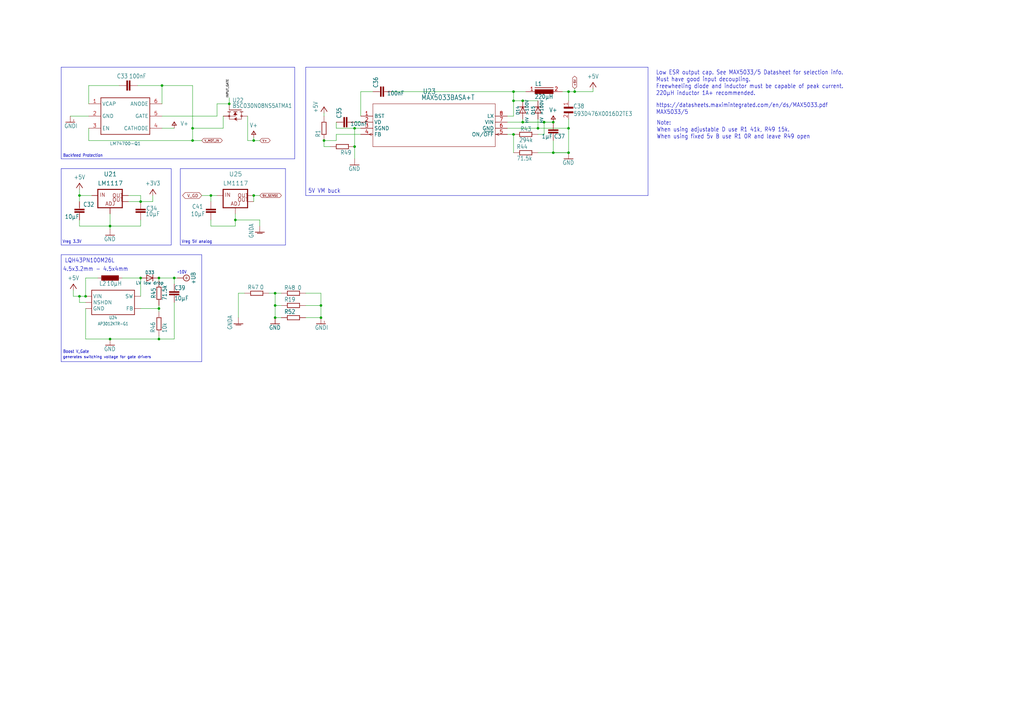
<source format=kicad_sch>
(kicad_sch (version 20250114) (generator "eeschema") (generator_version "9.0")
  (paper "User" 425.45 298.602)
  (lib_symbols
    (symbol "Device:D" (pin_numbers (hide yes)) (pin_names (offset 1.016) (hide yes))
      (property "Reference" "D" (at 0 2.54 0))
      (property "Value" "D" (at 0 -2.54 0))
      (symbol "D_0_1"
        (polyline (pts (xy -1.27 1.27) (xy -1.27 -1.27)) (stroke (width 0.254)))
        (polyline (pts (xy 1.27 1.27) (xy 1.27 -1.27) (xy -1.27 0) (xy 1.27 1.27)) (stroke (width 0.254)))
        (polyline (pts (xy 1.27 0) (xy -1.27 0)))
      )
      (symbol "D_1_1"
        (pin passive line (at -3.81 0 0) (length 2.54) (name "K") (number "1"))
        (pin passive line (at 3.81 0 180) (length 2.54) (name "A") (number "2"))
      )
    )
    (symbol "fsim_ff-eagle-import:OHSC_Power_BSC030N08NS5ATMA1"
      (property "Reference" "U" (at -11.43 2.54 0))
      (symbol "OHSC_Power_BSC030N08NS5ATMA1_1_0"
        (polyline (pts (xy 0 2.54) (xy 0 -2.54)) (stroke (width 0.254)))
        (polyline (pts (xy 0.762 3.175) (xy 0.762 2.54)) (stroke (width 0.254)))
        (polyline (pts (xy 0.762 2.54) (xy 0.762 1.905)) (stroke (width 0.254)))
        (polyline (pts (xy 0.762 2.54) (xy 3.81 2.54)) (stroke (width 0.1524)))
        (polyline (pts (xy 0.762 0.762) (xy 0.762 0)) (stroke (width 0.254)))
        (polyline (pts (xy 0.762 0) (xy 0.762 -0.762)) (stroke (width 0.254)))
        (polyline (pts (xy 0.762 0) (xy 2.54 0)) (stroke (width 0.1524)))
        (polyline (pts (xy 0.762 -1.905) (xy 0.762 -2.54)) (stroke (width 0.254)))
        (polyline (pts (xy 0.762 -2.54) (xy 0.762 -3.175)) (stroke (width 0.254)))
        (polyline (pts (xy 1.016 0) (xy 2.032 -0.762) (xy 2.032 0.762)) (stroke (width 0.1524)) (fill (type outline)))
        (circle (center 2.54 2.54) (radius 0.3592))
        (polyline (pts (xy 2.54 0) (xy 2.54 -2.54)) (stroke (width 0.1524)))
        (polyline (pts (xy 2.54 -2.54) (xy 0.762 -2.54)) (stroke (width 0.1524)))
        (polyline (pts (xy 2.54 -2.54) (xy 3.81 -2.54)) (stroke (width 0.1524)))
        (circle (center 2.54 -2.54) (radius 0.3592))
        (polyline (pts (xy 3.302 0.508) (xy 3.048 0.254)) (stroke (width 0.1524)))
        (polyline (pts (xy 3.81 2.54) (xy 3.81 0.508)) (stroke (width 0.1524)))
        (polyline (pts (xy 3.81 0.508) (xy 3.302 0.508)) (stroke (width 0.1524)))
        (polyline (pts (xy 3.81 0.508) (xy 3.81 -2.54)) (stroke (width 0.1524)))
        (polyline (pts (xy 3.81 -0.508) (xy 3.302 0.254) (xy 4.318 0.254)) (stroke (width 0.1524)) (fill (type outline)))
        (polyline (pts (xy 4.318 0.508) (xy 3.81 0.508)) (stroke (width 0.1524)))
        (polyline (pts (xy 4.572 0.762) (xy 4.318 0.508)) (stroke (width 0.1524)))
        (pin passive line (at -2.54 -2.54 0) (length 2.54) (name "G") (number "4"))
        (pin passive line (at 2.54 5.08 270) (length 2.54) (name "D") (number "5"))
        (pin passive line (at 2.54 -5.08 90) (length 2.54) (name "S") (number "1"))
        (pin passive line (at 2.54 -5.08 90) (length 2.54) (name "S") (number "2"))
        (pin passive line (at 2.54 -5.08 90) (length 2.54) (name "S") (number "3"))
      )
    )
    (symbol "fsim_ff-eagle-import:OHSC_Power_LM74700-Q1"
      (symbol "OHSC_Power_LM74700-Q1_1_0"
        (polyline (pts (xy -5.08 5.08) (xy -5.08 -10.16)) (stroke (width 0.254)))
        (polyline (pts (xy -5.08 -10.16) (xy 15.24 -10.16)) (stroke (width 0.254)))
        (polyline (pts (xy 15.24 5.08) (xy -5.08 5.08)) (stroke (width 0.254)))
        (polyline (pts (xy 15.24 -10.16) (xy 15.24 5.08)) (stroke (width 0.254)))
        (pin bidirectional line (at -10.16 2.54 0) (length 5.08) (name "VCAP") (number "1"))
        (pin bidirectional line (at -10.16 -2.54 0) (length 5.08) (name "GND") (number "2"))
        (pin bidirectional line (at -10.16 -7.62 0) (length 5.08) (name "EN") (number "3"))
        (pin bidirectional line (at 20.32 2.54 180) (length 5.08) (name "ANODE") (number "6"))
        (pin bidirectional line (at 20.32 -2.54 180) (length 5.08) (name "GATE") (number "5"))
        (pin bidirectional line (at 20.32 -7.62 180) (length 5.08) (name "CATHODE") (number "4"))
      )
    )
    (symbol "fsim_ff-eagle-import:Powermisc_593D476X0016D2TE3"
      (property "Reference" "C" (at 0 3.81 0))
      (symbol "Powermisc_593D476X0016D2TE3_1_0"
        (rectangle (start 0 -1.905) (end 0.635 1.905) (fill (type outline)))
        (rectangle (start 1.905 -1.905) (end 2.54 1.905) (fill (type outline)))
        (pin passive line (at -2.54 0 0) (length 2.54) (name "2") (number "2"))
        (pin passive line (at 5.08 0 180) (length 2.54) (name "1") (number "1"))
      )
    )
    (symbol "fsim_ff-eagle-import:Powermisc_8MMINDUCTOR"
      (property "Reference" "L" (at -3.81 2.286 0))
      (symbol "Powermisc_8MMINDUCTOR_1_0"
        (polyline (pts (xy -3.81 1.651) (xy 3.81 1.651)) (stroke (width 0.254)))
        (rectangle (start -3.81 -0.889) (end 3.81 0.889) (fill (type outline)))
        (pin passive line (at -7.62 0 0) (length 5.08) (name "1") (number "1"))
        (pin passive line (at 7.62 0 180) (length 5.08) (name "2") (number "2"))
      )
    )
    (symbol "fsim_ff-eagle-import:Powermisc_AP3012KTR-G1"
      (property "Reference" "U" (at -5.08 5.08 0))
      (symbol "Powermisc_AP3012KTR-G1_1_0"
        (polyline (pts (xy -5.08 5.08) (xy -5.08 -5.08)) (stroke (width 0.254)))
        (polyline (pts (xy -5.08 -5.08) (xy 12.7 -5.08)) (stroke (width 0.254)))
        (polyline (pts (xy 12.7 5.08) (xy -5.08 5.08)) (stroke (width 0.254)))
        (polyline (pts (xy 12.7 -5.08) (xy 12.7 5.08)) (stroke (width 0.254)))
        (pin bidirectional line (at -7.62 2.54 0) (length 2.54) (name "VIN") (number "5"))
        (pin bidirectional line (at -7.62 0 0) (length 2.54) (name "NSHDN") (number "4"))
        (pin bidirectional line (at -7.62 -2.54 0) (length 2.54) (name "GND") (number "2"))
        (pin bidirectional line (at 15.24 2.54 180) (length 2.54) (name "SW") (number "1"))
        (pin bidirectional line (at 15.24 -2.54 180) (length 2.54) (name "FB") (number "3"))
      )
    )
    (symbol "fsim_ff-eagle-import:Powermisc_MAX5033BASA+T"
      (symbol "Powermisc_MAX5033BASA+T_1_0"
        (polyline (pts (xy 7.112 -7.112) (xy 6.0452 -7.62)) (stroke (width 0.1524)))
        (polyline (pts (xy 7.112 -8.128) (xy 6.0452 -7.62)) (stroke (width 0.1524)))
        (polyline (pts (xy 7.62 5.08) (xy 7.62 -12.7)) (stroke (width 0.1524)))
        (polyline (pts (xy 7.62 -12.7) (xy 58.42 -12.7)) (stroke (width 0.1524)))
        (polyline (pts (xy 58.42 5.08) (xy 7.62 5.08)) (stroke (width 0.1524)))
        (polyline (pts (xy 58.42 -12.7) (xy 58.42 5.08)) (stroke (width 0.1524)))
        (polyline (pts (xy 58.928 -7.62) (xy 59.9948 -7.112)) (stroke (width 0.1524)))
        (polyline (pts (xy 58.928 -7.62) (xy 59.9948 -8.128)) (stroke (width 0.1524)))
        (pin passive line (at 2.54 0 0) (length 5.08) (name "BST") (number "1"))
        (pin power_in line (at 2.54 -2.54 0) (length 5.08) (name "VD") (number "2"))
        (pin power_in line (at 2.54 -5.08 0) (length 5.08) (name "SGND") (number "3"))
        (pin output line (at 2.54 -7.62 0) (length 5.08) (name "FB") (number "4"))
        (pin passive line (at 63.5 0 180) (length 5.08) (name "LX") (number "8"))
        (pin power_in line (at 63.5 -2.54 180) (length 5.08) (name "VIN") (number "7"))
        (pin power_in line (at 63.5 -5.08 180) (length 5.08) (name "GND") (number "6"))
        (pin input line (at 63.5 -7.62 180) (length 5.08) (name "ON/~{OFF}") (number "5"))
      )
    )
    (symbol "fsim_ff-eagle-import:SparkFun-IC-Power_526_V_REG_LM1117SOT223"
      (property "Reference" "U" (at 2.54 -7.62 0))
      (symbol "SparkFun-IC-Power_526_V_REG_LM1117SOT223_1_0"
        (polyline (pts (xy -5.08 2.54) (xy -5.08 -5.08)) (stroke (width 0.4064)))
        (polyline (pts (xy -5.08 -5.08) (xy 5.08 -5.08)) (stroke (width 0.4064)))
        (polyline (pts (xy 5.08 2.54) (xy -5.08 2.54)) (stroke (width 0.4064)))
        (polyline (pts (xy 5.08 -5.08) (xy 5.08 2.54)) (stroke (width 0.4064)))
        (text "IN" (at -4.445 -0.635 0) (effects (font (size 1.524 1.524)) (justify left bottom)))
        (text "ADJ" (at -2.032 -4.318 0) (effects (font (size 1.524 1.524)) (justify left bottom)))
        (text "OUT" (at 0.889 -0.889 0) (effects (font (size 1.524 1.524)) (justify left bottom)))
        (text "OUT" (at 0.889 -2.667 0) (effects (font (size 1.524 1.524)) (justify left bottom)))
        (pin input line (at -7.62 0 0) (length 2.54) (name "IN") (number "3"))
        (pin input line (at 0 -7.62 90) (length 2.54) (name "ADJ") (number "1"))
        (pin output line (at 7.62 0 180) (length 2.54) (name "OUT") (number "2"))
        (pin output line (at 7.62 -2.54 180) (length 2.54) (name "OUT@1") (number "4"))
      )
    )
    (symbol "fsim_ff-eagle-import:rcl_334_L-EUL4532P"
      (property "Reference" "L" (at -1.4986 -3.81 90))
      (symbol "rcl_334_L-EUL4532P_1_0"
        (rectangle (start -1.016 -3.556) (end 1.016 3.556) (fill (type outline)))
        (pin passive line (at 0 5.08 270) (length 2.54) (name "1") (number "1"))
        (pin passive line (at 0 -5.08 90) (length 2.54) (name "2") (number "2"))
      )
    )
    (symbol "fsim_ff-eagle-import:resistor_348_C-EUC0603"
      (property "Reference" "C" (at 1.524 0.381 0))
      (symbol "resistor_348_C-EUC0603_1_0"
        (rectangle (start -2.032 -1.016) (end 2.032 -0.508) (fill (type outline)))
        (rectangle (start -2.032 -2.032) (end 2.032 -1.524) (fill (type outline)))
        (polyline (pts (xy 0 0) (xy 0 -0.508)) (stroke (width 0.1524)))
        (polyline (pts (xy 0 -2.54) (xy 0 -2.032)) (stroke (width 0.1524)))
        (pin passive line (at 0 2.54 270) (length 2.54) (name "1") (number "1"))
        (pin passive line (at 0 -5.08 90) (length 2.54) (name "2") (number "2"))
      )
    )
    (symbol "fsim_ff-eagle-import:resistor_348_C-EUC0805"
      (property "Reference" "C" (at 1.524 0.381 0))
      (symbol "resistor_348_C-EUC0805_1_0"
        (rectangle (start -2.032 -1.016) (end 2.032 -0.508) (fill (type outline)))
        (rectangle (start -2.032 -2.032) (end 2.032 -1.524) (fill (type outline)))
        (polyline (pts (xy 0 0) (xy 0 -0.508)) (stroke (width 0.1524)))
        (polyline (pts (xy 0 -2.54) (xy 0 -2.032)) (stroke (width 0.1524)))
        (pin passive line (at 0 2.54 270) (length 2.54) (name "1") (number "1"))
        (pin passive line (at 0 -5.08 90) (length 2.54) (name "2") (number "2"))
      )
    )
    (symbol "fsim_ff-eagle-import:resistor_348_C-EUC1206"
      (property "Reference" "C" (at 1.524 0.381 0))
      (symbol "resistor_348_C-EUC1206_1_0"
        (rectangle (start -2.032 -1.016) (end 2.032 -0.508) (fill (type outline)))
        (rectangle (start -2.032 -2.032) (end 2.032 -1.524) (fill (type outline)))
        (polyline (pts (xy 0 0) (xy 0 -0.508)) (stroke (width 0.1524)))
        (polyline (pts (xy 0 -2.54) (xy 0 -2.032)) (stroke (width 0.1524)))
        (pin passive line (at 0 2.54 270) (length 2.54) (name "1") (number "1"))
        (pin passive line (at 0 -5.08 90) (length 2.54) (name "2") (number "2"))
      )
    )
    (symbol "fsim_ff-eagle-import:resistor_348_R-EU_R0603"
      (property "Reference" "R" (at -3.81 1.4986 0))
      (symbol "resistor_348_R-EU_R0603_1_0"
        (polyline (pts (xy -2.54 -0.889) (xy -2.54 0.889)) (stroke (width 0.254)))
        (polyline (pts (xy -2.54 -0.889) (xy 2.54 -0.889)) (stroke (width 0.254)))
        (polyline (pts (xy 2.54 0.889) (xy -2.54 0.889)) (stroke (width 0.254)))
        (polyline (pts (xy 2.54 -0.889) (xy 2.54 0.889)) (stroke (width 0.254)))
        (pin passive line (at -5.08 0 0) (length 2.54) (name "1") (number "1"))
        (pin passive line (at 5.08 0 180) (length 2.54) (name "2") (number "2"))
      )
    )
    (symbol "fsim_ff-eagle-import:resistor_348_R-EU_R0805"
      (property "Reference" "R" (at -3.81 1.4986 0))
      (symbol "resistor_348_R-EU_R0805_1_0"
        (polyline (pts (xy -2.54 -0.889) (xy -2.54 0.889)) (stroke (width 0.254)))
        (polyline (pts (xy -2.54 -0.889) (xy 2.54 -0.889)) (stroke (width 0.254)))
        (polyline (pts (xy 2.54 0.889) (xy -2.54 0.889)) (stroke (width 0.254)))
        (polyline (pts (xy 2.54 -0.889) (xy 2.54 0.889)) (stroke (width 0.254)))
        (pin passive line (at -5.08 0 0) (length 2.54) (name "1") (number "1"))
        (pin passive line (at 5.08 0 180) (length 2.54) (name "2") (number "2"))
      )
    )
    (symbol "fsim_ff-eagle-import:supply1_371_+3V3" (power)
      (symbol "supply1_371_+3V3_1_0"
        (polyline (pts (xy 0 0) (xy -1.27 -1.905)) (stroke (width 0.254)))
        (polyline (pts (xy 1.27 -1.905) (xy 0 0)) (stroke (width 0.254)))
        (pin power_in line (at 0 -2.54 90) (length 2.54) (name "+3V3") (number "1"))
      )
    )
    (symbol "fsim_ff-eagle-import:supply1_371_+5V" (power)
      (symbol "supply1_371_+5V_1_0"
        (polyline (pts (xy 0 0) (xy -1.27 -1.905)) (stroke (width 0.254)))
        (polyline (pts (xy 1.27 -1.905) (xy 0 0)) (stroke (width 0.254)))
        (pin power_in line (at 0 -2.54 90) (length 2.54) (name "+5V") (number "1"))
      )
    )
    (symbol "fsim_ff-eagle-import:supply1_371_GND" (power)
      (symbol "supply1_371_GND_1_0"
        (polyline (pts (xy -1.905 0) (xy 1.905 0)) (stroke (width 0.254)))
        (pin power_in line (at 0 2.54 270) (length 2.54) (name "GND") (number "1"))
      )
    )
    (symbol "fsim_ff-eagle-import:supply1_371_GNDA" (power)
      (symbol "supply1_371_GNDA_1_0"
        (polyline (pts (xy -1.905 0) (xy 1.905 0)) (stroke (width 0.254)))
        (polyline (pts (xy -1.0922 -0.508) (xy 1.0922 -0.508)) (stroke (width 0.254)))
        (pin power_in line (at 0 2.54 270) (length 2.54) (name "GNDA") (number "1"))
      )
    )
    (symbol "fsim_ff-eagle-import:supply1_371_GNDI" (power)
      (symbol "supply1_371_GNDI_1_0"
        (polyline (pts (xy -1.905 0) (xy 1.905 0)) (stroke (width 0.254)))
        (text "I" (at 1.143 0.254 0) (effects (font (size 0.8128 0.6908)) (justify left bottom)))
        (pin power_in line (at 0 2.54 270) (length 2.54) (name "GNDI") (number "1"))
      )
    )
    (symbol "fsim_ff-eagle-import:supply1_371_V+" (power)
      (symbol "supply1_371_V+_1_0"
        (polyline (pts (xy -0.889 -1.27) (xy 0.889 -1.27)) (stroke (width 0.254)))
        (polyline (pts (xy 0 0.127) (xy -0.889 -1.27)) (stroke (width 0.254)))
        (polyline (pts (xy 0.889 -1.27) (xy 0 0.127)) (stroke (width 0.254)))
        (pin power_in line (at 0 -2.54 90) (length 2.54) (name "V+") (number "1"))
      )
    )
    (symbol "fsim_ff-eagle-import:supply2_372_+UB" (power)
      (symbol "supply2_372_+UB_1_0"
        (polyline (pts (xy -0.635 1.27) (xy 0.635 1.27)) (stroke (width 0.1524)))
        (circle (center 0 1.27) (radius 1.27) (stroke (width 0.254)))
        (polyline (pts (xy 0 0.635) (xy 0 1.905)) (stroke (width 0.1524)))
        (pin power_in line (at 0 -2.54 90) (length 2.54) (name "+UB") (number "1"))
      )
    )
  )
  (text "Vreg 5V analog" (at 75.438 101.346 0) (effects (font (size 1.27 1.0795)) (justify left bottom)))
  (text "~10V" (at 73.66 114.046 0) (effects (font (size 1.27 1.0795)) (justify left bottom)))
  (text "Backfeed Protection" (at 26.162 65.532 0) (effects (font (size 1.27 1.0795)) (justify left bottom)))
  (text "4.5x3.2mm - 4.5x4mm" (at 26.162 113.03 0) (effects (font (size 1.778 1.5113)) (justify left bottom)))
  (text "Vreg 3.3V" (at 25.908 101.346 0) (effects (font (size 1.27 1.0795)) (justify left bottom)))
  (text "generates switching voltage for gate drivers" (at 44.45 148.59 0) (effects (font (size 1.0795 1.0795))))
  (text "Note:\nWhen using adjustable D use R1 41k, R49 15k. \nWhen using fixed 5v B use R1 0R and leave R49 open" (at 272.796 57.912 0) (effects (font (size 1.778 1.5113)) (justify left bottom)))
  (text "Boost V_Gate" (at 26.162 147.066 0) (effects (font (size 1.27 1.0795)) (justify left bottom)))
  (text "5V VM buck" (at 128.016 80.518 0) (effects (font (size 1.778 1.5113)) (justify left bottom)))
  (text "LQH43PN100M26L" (at 26.924 109.474 0) (effects (font (size 1.778 1.5113)) (justify left bottom)))
  (text "https://datasheets.maximintegrated.com/en/ds/MAX5033.pdf\nMAX5033/5" (at 272.542 47.752 0) (effects (font (size 1.778 1.5113)) (justify left bottom)))
  (text "Low ESR output cap. See MAX5033/5 Datasheet for selection info.\nMust have good input decoupling.\nFreewheeling diode and inductor must be capable of peak current.\n220µH inductor 1A+ recommended." (at 272.542 39.878 0) (effects (font (size 1.778 1.5113)) (justify left bottom)))
  (junction (at 213.36 55.88))
  (junction (at 238.76 38.1))
  (junction (at 133.35 127))
  (junction (at 229.87 63.5))
  (junction (at 33.02 123.19))
  (junction (at 134.62 58.42))
  (junction (at 45.72 93.98))
  (junction (at 213.36 38.1))
  (junction (at 229.87 50.8))
  (junction (at 45.72 140.97))
  (junction (at 236.22 63.5))
  (junction (at 213.36 41.91))
  (junction (at 35.56 123.19))
  (junction (at 66.04 115.57))
  (junction (at 58.42 83.82))
  (junction (at 33.02 81.28))
  (junction (at 67.31 35.56))
  (junction (at 114.3 127))
  (junction (at 87.63 81.28))
  (junction (at 97.79 91.44))
  (junction (at 72.39 115.57))
  (junction (at 105.41 58.42))
  (junction (at 217.17 41.91))
  (junction (at 105.41 81.28))
  (junction (at 236.22 53.34))
  (junction (at 80.01 53.34))
  (junction (at 147.32 53.34))
  (junction (at 66.04 128.27))
  (junction (at 217.17 50.8))
  (junction (at 226.06 50.8))
  (junction (at 133.35 132.08))
  (junction (at 114.3 121.92))
  (junction (at 147.32 60.96))
  (junction (at 236.22 38.1))
  (junction (at 66.04 140.97))
  (junction (at 80.01 58.42))
  (junction (at 58.42 115.57))
  (junction (at 95.25 43.18))
  (junction (at 223.52 53.34))
  (junction (at 114.3 132.08))
  (polyline (pts (xy 25.4 101.854) (xy 71.12 101.854)) (stroke (width 0.1524) (type solid)))
  (polyline (pts (xy 71.12 101.854) (xy 71.12 70.104)) (stroke (width 0.1524) (type solid)))
  (wire (pts (xy 149.86 38.1) (xy 154.94 38.1)) (stroke (width 0.1524)))
  (wire (pts (xy 36.83 35.56) (xy 49.53 35.56)) (stroke (width 0.1524)))
  (wire (pts (xy 66.04 128.27) (xy 58.42 128.27)) (stroke (width 0.1524)))
  (polyline (pts (xy 83.82 105.918) (xy 25.4 105.918)) (stroke (width 0.1524) (type solid)))
  (wire (pts (xy 226.06 55.88) (xy 226.06 50.8)) (stroke (width 0.1524)))
  (wire (pts (xy 236.22 49.53) (xy 236.22 53.34)) (stroke (width 0.1524)))
  (wire (pts (xy 92.71 53.34) (xy 80.01 53.34)) (stroke (width 0.1524)))
  (wire (pts (xy 35.56 123.19) (xy 35.56 115.57)) (stroke (width 0.1524)))
  (wire (pts (xy 38.1 81.28) (xy 33.02 81.28)) (stroke (width 0.1524)))
  (wire (pts (xy 133.35 121.92) (xy 133.35 127)) (stroke (width 0.1524)))
  (wire (pts (xy 36.83 43.18) (xy 36.83 35.56)) (stroke (width 0.1524)))
  (wire (pts (xy 72.39 115.57) (xy 72.39 118.11)) (stroke (width 0.1524)))
  (wire (pts (xy 80.01 53.34) (xy 80.01 35.56)) (stroke (width 0.1524)))
  (wire (pts (xy 217.17 41.91) (xy 223.52 41.91)))
  (polyline (pts (xy 71.12 70.104) (xy 25.4 70.104)) (stroke (width 0.1524) (type solid)))
  (wire (pts (xy 238.76 38.1) (xy 246.38 38.1)) (stroke (width 0.1524)))
  (wire (pts (xy 102.87 58.42) (xy 105.41 58.42)) (stroke (width 0.1524)))
  (wire (pts (xy 149.86 53.34) (xy 147.32 53.34)) (stroke (width 0.1524)))
  (wire (pts (xy 97.79 91.44) (xy 97.79 88.9)) (stroke (width 0.1524)))
  (wire (pts (xy 229.87 50.8) (xy 226.06 50.8)))
  (polyline (pts (xy 118.618 70.104) (xy 74.93 70.104)) (stroke (width 0.1524) (type solid)))
  (wire (pts (xy 66.04 127) (xy 66.04 128.27)))
  (wire (pts (xy 36.83 48.26) (xy 29.21 48.26)) (stroke (width 0.1524)))
  (wire (pts (xy 105.41 81.28) (xy 105.41 83.82)) (stroke (width 0.1524)))
  (wire (pts (xy 73.66 115.57) (xy 72.39 115.57)) (stroke (width 0.1524)))
  (wire (pts (xy 217.17 50.8) (xy 226.06 50.8)) (stroke (width 0.1524)))
  (wire (pts (xy 36.83 53.34) (xy 36.83 58.42)) (stroke (width 0.1524)))
  (wire (pts (xy 107.95 93.98) (xy 107.95 91.44)) (stroke (width 0.1524)))
  (wire (pts (xy 87.63 81.28) (xy 87.63 83.82)) (stroke (width 0.1524)))
  (wire (pts (xy 99.06 121.92) (xy 99.06 132.08)) (stroke (width 0.1524)))
  (wire (pts (xy 35.56 115.57) (xy 40.64 115.57)) (stroke (width 0.1524)))
  (wire (pts (xy 87.63 93.98) (xy 87.63 91.44)) (stroke (width 0.1524)))
  (wire (pts (xy 97.79 93.98) (xy 87.63 93.98)) (stroke (width 0.1524)))
  (wire (pts (xy 114.3 121.92) (xy 114.3 127)) (stroke (width 0.1524)))
  (wire (pts (xy 72.39 125.73) (xy 72.39 140.97)) (stroke (width 0.1524)))
  (wire (pts (xy 102.87 48.26) (xy 102.87 58.42)) (stroke (width 0.1524)))
  (wire (pts (xy 213.36 55.88) (xy 213.36 63.5)) (stroke (width 0.1524)))
  (wire (pts (xy 33.02 125.73) (xy 33.02 123.19)) (stroke (width 0.1524)))
  (wire (pts (xy 229.87 58.42) (xy 229.87 63.5)) (stroke (width 0.1524)))
  (wire (pts (xy 53.34 83.82) (xy 58.42 83.82)) (stroke (width 0.1524)))
  (wire (pts (xy 147.32 53.34) (xy 147.32 60.96)) (stroke (width 0.1524)))
  (wire (pts (xy 58.42 115.57) (xy 50.8 115.57)) (stroke (width 0.1524)))
  (wire (pts (xy 229.87 50.8) (xy 226.06 50.8)) (stroke (width 0.1524)))
  (wire (pts (xy 90.17 81.28) (xy 87.63 81.28)) (stroke (width 0.1524)))
  (wire (pts (xy 127 132.08) (xy 133.35 132.08)) (stroke (width 0.1524)))
  (wire (pts (xy 35.56 128.27) (xy 35.56 140.97)) (stroke (width 0.1524)))
  (wire (pts (xy 66.04 139.7) (xy 66.04 140.97)))
  (wire (pts (xy 66.04 115.57) (xy 72.39 115.57)) (stroke (width 0.1524)))
  (wire (pts (xy 45.72 95.25) (xy 45.72 93.98)))
  (wire (pts (xy 116.84 127) (xy 114.3 127)) (stroke (width 0.1524)))
  (wire (pts (xy 139.7 55.88) (xy 149.86 55.88)) (stroke (width 0.1524)))
  (wire (pts (xy 217.17 49.53) (xy 217.17 50.8)))
  (wire (pts (xy 97.79 91.44) (xy 107.95 91.44)) (stroke (width 0.1524)))
  (wire (pts (xy 57.15 35.56) (xy 67.31 35.56)) (stroke (width 0.1524)))
  (wire (pts (xy 213.36 38.1) (xy 213.36 41.91)) (stroke (width 0.1524)))
  (wire (pts (xy 162.56 38.1) (xy 213.36 38.1)) (stroke (width 0.1524)))
  (polyline (pts (xy 127 27.94) (xy 269.24 27.94)) (stroke (width 0.1524) (type solid)))
  (wire (pts (xy 66.04 140.97) (xy 45.72 140.97)) (stroke (width 0.1524)))
  (wire (pts (xy 53.34 81.28) (xy 58.42 81.28)) (stroke (width 0.1524)))
  (wire (pts (xy 58.42 93.98) (xy 58.42 91.44)) (stroke (width 0.1524)))
  (wire (pts (xy 139.7 50.8) (xy 139.7 53.34)) (stroke (width 0.1524)))
  (wire (pts (xy 134.62 60.96) (xy 134.62 58.42)) (stroke (width 0.1524)))
  (wire (pts (xy 223.52 49.53) (xy 223.52 53.34)))
  (wire (pts (xy 149.86 50.8) (xy 147.32 50.8)) (stroke (width 0.1524)))
  (wire (pts (xy 90.17 48.26) (xy 90.17 43.18)) (stroke (width 0.1524)))
  (wire (pts (xy 114.3 121.92) (xy 116.84 121.92)) (stroke (width 0.1524)))
  (wire (pts (xy 66.04 129.54) (xy 66.04 128.27)) (stroke (width 0.1524)))
  (wire (pts (xy 134.62 48.26) (xy 134.62 46.99)) (stroke (width 0.1524)))
  (wire (pts (xy 213.36 41.91) (xy 217.17 41.91)) (stroke (width 0.1524)))
  (wire (pts (xy 105.41 58.42) (xy 107.95 58.42)) (stroke (width 0.1524)))
  (wire (pts (xy 238.76 36.83) (xy 238.76 38.1)) (stroke (width 0.1524)))
  (wire (pts (xy 236.22 63.5) (xy 236.22 53.34)) (stroke (width 0.1524)))
  (wire (pts (xy 35.56 125.73) (xy 33.02 125.73)) (stroke (width 0.1524)))
  (wire (pts (xy 97.79 91.44) (xy 97.79 93.98)) (stroke (width 0.1524)))
  (polyline (pts (xy 25.4 70.104) (xy 25.4 101.854)) (stroke (width 0.1524) (type solid)))
  (wire (pts (xy 133.35 127) (xy 133.35 132.08)) (stroke (width 0.1524)))
  (polyline (pts (xy 83.82 150.368) (xy 83.82 105.918)) (stroke (width 0.1524) (type solid)))
  (polyline (pts (xy 74.93 101.854) (xy 118.618 101.854)) (stroke (width 0.1524) (type solid)))
  (wire (pts (xy 58.42 123.19) (xy 58.42 115.57)) (stroke (width 0.1524)))
  (wire (pts (xy 33.02 123.19) (xy 30.48 123.19)) (stroke (width 0.1524)))
  (wire (pts (xy 95.25 40.64) (xy 95.25 43.18)))
  (wire (pts (xy 67.31 35.56) (xy 67.31 43.18)) (stroke (width 0.1524)))
  (polyline (pts (xy 122.428 66.04) (xy 122.428 27.94)) (stroke (width 0.1524) (type solid)))
  (wire (pts (xy 134.62 58.42) (xy 139.7 58.42)) (stroke (width 0.1524)))
  (polyline (pts (xy 127 81.28) (xy 127 27.94)) (stroke (width 0.1524) (type solid)))
  (wire (pts (xy 213.36 38.1) (xy 218.44 38.1)))
  (wire (pts (xy 35.56 140.97) (xy 45.72 140.97)) (stroke (width 0.1524)))
  (polyline (pts (xy 25.4 27.94) (xy 25.4 66.04)) (stroke (width 0.1524) (type solid)))
  (polyline (pts (xy 25.4 105.918) (xy 25.4 150.368)) (stroke (width 0.1524) (type solid)))
  (wire (pts (xy 45.72 88.9) (xy 45.72 93.98)) (stroke (width 0.1524)))
  (wire (pts (xy 87.63 81.28) (xy 83.82 81.28)) (stroke (width 0.1524)))
  (polyline (pts (xy 25.4 66.04) (xy 122.428 66.04)) (stroke (width 0.1524) (type solid)))
  (wire (pts (xy 213.36 41.91) (xy 213.36 48.26)) (stroke (width 0.1524)))
  (polyline (pts (xy 269.24 27.94) (xy 269.24 81.28)) (stroke (width 0.1524) (type solid)))
  (wire (pts (xy 127 121.92) (xy 133.35 121.92)) (stroke (width 0.1524)))
  (wire (pts (xy 92.71 48.26) (xy 92.71 53.34)) (stroke (width 0.1524)))
  (wire (pts (xy 36.83 58.42) (xy 80.01 58.42)) (stroke (width 0.1524)))
  (wire (pts (xy 99.06 121.92) (xy 101.6 121.92)) (stroke (width 0.1524)))
  (wire (pts (xy 67.31 53.34) (xy 72.39 53.34)) (stroke (width 0.1524)))
  (polyline (pts (xy 118.618 101.854) (xy 118.618 70.104)) (stroke (width 0.1524) (type solid)))
  (wire (pts (xy 149.86 48.26) (xy 149.86 38.1)) (stroke (width 0.1524)))
  (wire (pts (xy 35.56 123.19) (xy 33.02 123.19)) (stroke (width 0.1524)))
  (wire (pts (xy 246.38 38.1) (xy 246.38 36.83)) (stroke (width 0.1524)))
  (wire (pts (xy 72.39 140.97) (xy 66.04 140.97)) (stroke (width 0.1524)))
  (wire (pts (xy 30.48 123.19) (xy 30.48 120.65)) (stroke (width 0.1524)))
  (wire (pts (xy 58.42 81.28) (xy 58.42 83.82)) (stroke (width 0.1524)))
  (wire (pts (xy 105.41 81.28) (xy 107.95 81.28)) (stroke (width 0.1524)))
  (wire (pts (xy 66.04 115.57) (xy 66.04 116.84)) (stroke (width 0.1524)))
  (wire (pts (xy 33.02 81.28) (xy 33.02 83.82)) (stroke (width 0.1524)))
  (wire (pts (xy 63.5 81.28) (xy 63.5 83.82)) (stroke (width 0.1524)))
  (wire (pts (xy 139.7 58.42) (xy 139.7 55.88)) (stroke (width 0.1524)))
  (wire (pts (xy 114.3 121.92) (xy 111.76 121.92)) (stroke (width 0.1524)))
  (wire (pts (xy 210.82 53.34) (xy 223.52 53.34)) (stroke (width 0.1524)))
  (wire (pts (xy 137.16 60.96) (xy 134.62 60.96)) (stroke (width 0.1524)))
  (wire (pts (xy 33.02 78.74) (xy 33.02 81.28)) (stroke (width 0.1524)))
  (wire (pts (xy 80.01 58.42) (xy 83.82 58.42)))
  (wire (pts (xy 147.32 53.34) (xy 139.7 53.34)) (stroke (width 0.1524)))
  (polyline (pts (xy 25.4 150.368) (xy 83.82 150.368)) (stroke (width 0.1524) (type solid)))
  (wire (pts (xy 213.36 48.26) (xy 210.82 48.26)) (stroke (width 0.1524)))
  (wire (pts (xy 229.87 63.5) (xy 236.22 63.5)) (stroke (width 0.1524)))
  (wire (pts (xy 80.01 35.56) (xy 67.31 35.56)) (stroke (width 0.1524)))
  (wire (pts (xy 226.06 55.88) (xy 223.52 55.88)) (stroke (width 0.1524)))
  (wire (pts (xy 223.52 63.5) (xy 229.87 63.5)) (stroke (width 0.1524)))
  (wire (pts (xy 210.82 50.8) (xy 217.17 50.8)) (stroke (width 0.1524)))
  (wire (pts (xy 236.22 63.5) (xy 229.87 63.5)))
  (wire (pts (xy 105.41 57.15) (xy 105.41 58.42)))
  (polyline (pts (xy 269.24 81.28) (xy 127 81.28)) (stroke (width 0.1524) (type solid)))
  (wire (pts (xy 116.84 132.08) (xy 114.3 132.08)) (stroke (width 0.1524)))
  (wire (pts (xy 95.25 43.18) (xy 90.17 43.18)) (stroke (width 0.1524)))
  (wire (pts (xy 127 127) (xy 133.35 127)) (stroke (width 0.1524)))
  (wire (pts (xy 63.5 83.82) (xy 58.42 83.82)) (stroke (width 0.1524)))
  (wire (pts (xy 226.06 50.8) (xy 217.17 50.8)))
  (wire (pts (xy 236.22 38.1) (xy 238.76 38.1)) (stroke (width 0.1524)))
  (polyline (pts (xy 74.93 70.104) (xy 74.93 101.854)) (stroke (width 0.1524) (type solid)))
  (wire (pts (xy 236.22 38.1) (xy 236.22 41.91)))
  (wire (pts (xy 213.36 55.88) (xy 210.82 55.88)) (stroke (width 0.1524)))
  (polyline (pts (xy 122.428 27.94) (xy 25.4 27.94)) (stroke (width 0.1524) (type solid)))
  (wire (pts (xy 223.52 53.34) (xy 236.22 53.34)) (stroke (width 0.1524)))
  (wire (pts (xy 67.31 48.26) (xy 90.17 48.26)) (stroke (width 0.1524)))
  (wire (pts (xy 233.68 38.1) (xy 236.22 38.1)) (stroke (width 0.1524)))
  (wire (pts (xy 114.3 127) (xy 114.3 132.08)) (stroke (width 0.1524)))
  (wire (pts (xy 33.02 93.98) (xy 33.02 91.44)) (stroke (width 0.1524)))
  (wire (pts (xy 33.02 93.98) (xy 45.72 93.98)) (stroke (width 0.1524)))
  (wire (pts (xy 80.01 58.42) (xy 80.01 53.34)) (stroke (width 0.1524)))
  (wire (pts (xy 58.42 93.98) (xy 45.72 93.98)) (stroke (width 0.1524)))
  (wire (pts (xy 147.32 60.96) (xy 147.32 66.04)) (stroke (width 0.1524)))
  (label "INPUT_GATE" (at 95.25 40.64 90) (effects (font (size 0.889 0.889))))
  (global_label "V_GD" (shape bidirectional) (at 83.82 81.28 180) (effects (font (size 1.2446 1.2446))) (property "Intersheetrefs" "${INTERSHEET_REFS}" (effects (hide yes))))
  (global_label "5V_SENSE" (shape bidirectional) (at 107.95 81.28 0) (effects (font (size 0.889 0.889))) (property "Intersheetrefs" "${INTERSHEET_REFS}" (effects (hide yes))))
  (global_label "V+" (shape bidirectional) (at 107.95 58.42 0) (effects (font (size 0.889 0.889))) (property "Intersheetrefs" "${INTERSHEET_REFS}" (effects (hide yes))))
  (global_label "+5V" (shape bidirectional) (at 238.76 36.83 90) (effects (font (size 0.889 0.889))) (property "Intersheetrefs" "${INTERSHEET_REFS}" (effects (hide yes))))
  (global_label "V_MOT_IN" (shape bidirectional) (at 83.82 58.42 0) (effects (font (size 0.889 0.889))) (property "Intersheetrefs" "${INTERSHEET_REFS}" (effects (hide yes))))
  (symbol (lib_id "fsim_ff-eagle-import:supply1_371_V+") (at 105.41 54.61 0) (unit 1)
    (property "Reference" "#P+20" (effects (hide yes)))
    (property "Value" "V+" (at 105.41 52.07 0) (effects (font (size 1.778 1.5113))))
  )
  (symbol (lib_id "fsim_ff-eagle-import:resistor_348_R-EU_R0603") (at 121.92 127 0) (unit 1)
    (property "Reference" "R19" (at 118.11 125.5014 0) (effects (font (size 1.778 1.5113)) (justify left bottom)))
    (property "Value" "0" (effects (hide yes)))
    (property "Footprint" "Resistor_SMD:R_0603_1608Metric" (effects (hide yes)))
  )
  (symbol (lib_id "Device:D") (at 217.17 45.72 270) (unit 1)
    (property "Reference" "D14" (at 215.138 43.942 0) (effects (justify left)))
    (property "Value" "HV >100V" (at 218.948 41.402 0) (effects (justify left)))
    (property "Footprint" "Diode_SMD:D_SOD-123F" (effects (hide yes)))
    (property "Description" "Diode" (effects (hide yes)))
    (property "Sim.Device" "D" (effects (hide yes)))
    (property "Sim.Pins" "1=K 2=A" (effects (hide yes)))
  )
  (symbol (lib_id "fsim_ff-eagle-import:SparkFun-IC-Power_526_V_REG_LM1117SOT223") (at 45.72 81.28 0) (unit 1)
    (property "Reference" "U21" (at 45.8334 72.39 0) (effects (font (size 1.778 1.778))))
    (property "Value" "LM1117" (at 45.8334 76.2 0) (effects (font (size 1.778 1.778))))
    (property "Footprint" "Package_TO_SOT_SMD:SOT-223" (effects (hide yes)))
  )
  (symbol (lib_id "fsim_ff-eagle-import:supply1_371_V+") (at 72.39 50.8 0) (unit 1)
    (property "Reference" "#P+19" (effects (hide yes)))
    (property "Value" "V+" (at 74.93 51.3715 0) (effects (font (size 1.778 1.5113)) (justify left)))
  )
  (symbol (lib_id "fsim_ff-eagle-import:supply1_371_+5V") (at 134.62 44.45 0) (unit 1)
    (property "Reference" "#VCC6" (effects (hide yes)))
    (property "Value" "+5V" (at 132.08 46.99 90) (effects (font (size 1.778 1.5113)) (justify left bottom)))
  )
  (symbol (lib_id "fsim_ff-eagle-import:resistor_348_C-EUC0805") (at 33.02 86.36 0) (unit 1)
    (property "Reference" "C32" (at 34.544 85.979 0) (effects (font (size 1.778 1.5113)) (justify left bottom)))
    (property "Value" "10µF" (at 26.924 91.059 0) (effects (font (size 1.778 1.5113)) (justify left bottom)))
    (property "Footprint" "Capacitor_SMD:C_0805_2012Metric" (effects (hide yes)))
  )
  (symbol (lib_id "fsim_ff-eagle-import:SparkFun-IC-Power_526_V_REG_LM1117SOT223") (at 97.79 81.28 0) (unit 1)
    (property "Reference" "U25" (at 97.9034 72.39 0) (effects (font (size 1.778 1.778))))
    (property "Value" "LM1117" (at 97.9034 76.2 0) (effects (font (size 1.778 1.778))))
    (property "Footprint" "Package_TO_SOT_SMD:SOT-223" (effects (hide yes)))
  )
  (symbol (lib_id "fsim_ff-eagle-import:supply2_372_+UB") (at 76.2 115.57 270) (unit 1)
    (property "Reference" "#SUPPLY11" (effects (hide yes)))
    (property "Value" "+UB" (at 79.375 113.03 0) (effects (font (size 1.778 1.5113)) (justify left bottom)))
  )
  (symbol (lib_id "fsim_ff-eagle-import:Powermisc_593D476X0016D2TE3") (at 236.22 46.99 90) (unit 1)
    (property "Reference" "C38" (at 242.824 43.18 90) (effects (font (size 1.778 1.5113)) (justify left bottom)))
    (property "Value" "593D476X0016D2TE3" (at 238.252 48.26 90) (effects (font (size 1.778 1.5113)) (justify right top)))
    (property "Footprint" "Capacitor_Tantalum_SMD:CP_EIA-7343-31_Kemet-D_Pad2.25x2.55mm_HandSolder" (effects (hide yes)))
  )
  (symbol (lib_id "fsim_ff-eagle-import:supply1_371_V+") (at 229.87 48.26 0) (unit 1)
    (property "Reference" "#P+22" (effects (hide yes)))
    (property "Value" "V+" (at 229.87 45.72 0) (effects (font (size 1.778 1.5113))))
  )
  (symbol (lib_id "fsim_ff-eagle-import:resistor_348_R-EU_R0603") (at 142.24 60.96 180) (unit 1)
    (property "Reference" "R49" (at 146.05 62.4586 0) (effects (font (size 1.778 1.5113)) (justify left bottom)))
    (property "Value" "15k" (effects (hide yes)))
    (property "Footprint" "Resistor_SMD:R_0603_1608Metric" (effects (hide yes)))
  )
  (symbol (lib_id "fsim_ff-eagle-import:resistor_348_C-EUC0805") (at 58.42 86.36 0) (unit 1)
    (property "Reference" "C34" (at 60.706 87.63 0) (effects (font (size 1.778 1.5113)) (justify left bottom)))
    (property "Value" "10µF" (at 60.452 89.916 0) (effects (font (size 1.778 1.5113)) (justify left bottom)))
    (property "Footprint" "Capacitor_SMD:C_0805_2012Metric" (effects (hide yes)))
  )
  (symbol (lib_id "fsim_ff-eagle-import:Powermisc_8MMINDUCTOR") (at 226.06 38.1 0) (unit 1)
    (property "Reference" "L1" (at 222.25 35.814 0) (effects (font (size 1.778 1.5113)) (justify left bottom)))
    (property "Value" "220µH" (at 222.123 41.148 0) (effects (font (size 1.778 1.5113)) (justify left bottom)))
    (property "Footprint" "fsim_ff:WE-LQS_8040" (effects (hide yes)))
  )
  (symbol (lib_id "fsim_ff-eagle-import:supply1_371_GND") (at 45.72 143.51 0) (unit 1)
    (property "Reference" "#GND45" (effects (hide yes)))
    (property "Value" "GND" (at 43.18 146.05 0) (effects (font (size 1.778 1.5113)) (justify left bottom)))
  )
  (symbol (lib_id "fsim_ff-eagle-import:resistor_348_R-EU_R0805") (at 66.04 121.92 90) (unit 1)
    (property "Reference" "R45" (at 64.77 124.206 0) (effects (font (size 1.778 1.5113)) (justify left bottom)))
    (property "Value" "71.5k" (at 69.342 124.968 0) (effects (font (size 1.778 1.5113)) (justify left bottom)))
    (property "Footprint" "Resistor_SMD:R_0805_2012Metric" (effects (hide yes)))
  )
  (symbol (lib_id "fsim_ff-eagle-import:supply1_371_+5V") (at 30.48 118.11 0) (unit 1)
    (property "Reference" "#VCC3" (effects (hide yes)))
    (property "Value" "+5V" (at 30.48 115.57 0) (effects (font (size 1.778 1.5113))))
  )
  (symbol (lib_id "fsim_ff-eagle-import:supply1_371_GNDA") (at 107.95 96.52 0) (unit 1)
    (property "Reference" "#GND16" (effects (hide yes)))
    (property "Value" "GNDA" (at 105.41 99.06 90) (effects (font (size 1.778 1.5113)) (justify left bottom)))
  )
  (symbol (lib_id "fsim_ff-eagle-import:resistor_348_C-EUC0805") (at 72.39 120.65 0) (unit 1)
    (property "Reference" "C39" (at 72.39 120.65 0) (effects (font (size 1.778 1.5113)) (justify left bottom)))
    (property "Value" "10µF" (at 72.39 124.968 0) (effects (font (size 1.778 1.5113)) (justify left bottom)))
    (property "Footprint" "Capacitor_SMD:C_0805_2012Metric" (effects (hide yes)))
  )
  (symbol (lib_id "fsim_ff-eagle-import:resistor_348_C-EUC0603") (at 142.24 50.8 90) (unit 1)
    (property "Reference" "C35" (at 141.859 49.276 0) (effects (font (size 1.778 1.5113)) (justify left bottom)))
    (property "Value" "100nF" (at 145.542 52.451 90) (effects (font (size 1.778 1.5113)) (justify right top)))
    (property "Footprint" "Capacitor_SMD:C_0603_1608Metric" (effects (hide yes)))
  )
  (symbol (lib_id "fsim_ff-eagle-import:resistor_348_R-EU_R0805") (at 218.44 55.88 0) (unit 1)
    (property "Reference" "R43" (at 216.154 54.61 0) (effects (font (size 1.778 1.5113)) (justify left bottom)))
    (property "Value" "294k" (at 215.646 59.182 0) (effects (font (size 1.778 1.5113)) (justify left bottom)))
    (property "Footprint" "Resistor_SMD:R_0805_2012Metric" (effects (hide yes)))
  )
  (symbol (lib_id "fsim_ff-eagle-import:OHSC_Power_LM74700-Q1") (at 46.99 45.72 0) (unit 1)
    (property "Reference" "U20" (effects (hide yes)))
    (property "Value" "LM74700-Q1" (at 52.07 59.69 0))
    (property "Footprint" "Package_TO_SOT_SMD:TSOT-23-6_HandSoldering" (effects (hide yes)))
  )
  (symbol (lib_id "fsim_ff-eagle-import:Powermisc_MAX5033BASA+T") (at 147.32 48.26 0) (unit 1)
    (property "Reference" "U23" (at 175.6156 39.1414 0) (effects (font (size 2.0828 1.7703)) (justify left bottom)))
    (property "Value" "MAX5033BASA+T" (at 174.9806 41.6814 0) (effects (font (size 2.0828 1.7703)) (justify left bottom)))
    (property "Footprint" "Package_SO:SOIC-8_3.9x4.9mm_P1.27mm" (effects (hide yes)))
  )
  (symbol (lib_id "fsim_ff-eagle-import:resistor_348_C-EUC1206") (at 229.87 55.88 180) (unit 1)
    (property "Reference" "C37" (at 230.124 57.658 0) (effects (font (size 1.778 1.5113)) (justify right top)))
    (property "Value" "1µF" (at 225.044 57.658 0) (effects (font (size 1.778 1.5113)) (justify right top)))
    (property "Footprint" "Capacitor_SMD:C_1206_3216Metric" (effects (hide yes)))
  )
  (symbol (lib_id "fsim_ff-eagle-import:supply1_371_GNDA") (at 99.06 134.62 0) (unit 1)
    (property "Reference" "#GND11" (effects (hide yes)))
    (property "Value" "GNDA" (at 96.52 137.16 90) (effects (font (size 1.778 1.5113)) (justify left bottom)))
  )
  (symbol (lib_id "fsim_ff-eagle-import:rcl_334_L-EUL4532P") (at 45.72 115.57 90) (unit 1)
    (property "Reference" "L2" (at 42.672 117.856 90) (effects (font (size 1.778 1.5113))))
    (property "Value" "10µH" (at 47.498 117.856 90) (effects (font (size 1.778 1.5113))))
    (property "Footprint" "Inductor_SMD:L_1812_4532Metric" (effects (hide yes)))
  )
  (symbol (lib_id "fsim_ff-eagle-import:Powermisc_AP3012KTR-G1") (at 43.18 125.73 0) (unit 1)
    (property "Reference" "U24" (at 46.99 132.08 0) (effects (font (size 1.27 1.0795))))
    (property "Value" "AP3012KTR-G1" (at 46.99 134.62 0) (effects (font (size 1.27 1.0795))))
    (property "Footprint" "Package_TO_SOT_SMD:SOT-23-5_HandSoldering" (effects (hide yes)))
  )
  (symbol (lib_id "fsim_ff-eagle-import:resistor_348_R-EU_R0603") (at 106.68 121.92 0) (unit 1)
    (property "Reference" "R47" (at 102.87 120.4214 0) (effects (font (size 1.778 1.5113)) (justify left bottom)))
    (property "Value" "0" (at 107.95 120.396 0) (effects (font (size 1.778 1.5113)) (justify left bottom)))
    (property "Footprint" "Resistor_SMD:R_0603_1608Metric" (effects (hide yes)))
  )
  (symbol (lib_id "fsim_ff-eagle-import:resistor_348_R-EU_R0603") (at 134.62 53.34 90) (unit 1)
    (property "Reference" "R1" (at 133.1214 57.15 0) (effects (font (size 1.778 1.5113)) (justify left bottom)))
    (property "Value" "47k" (effects (hide yes)))
    (property "Footprint" "Resistor_SMD:R_0603_1608Metric" (effects (hide yes)))
  )
  (symbol (lib_id "fsim_ff-eagle-import:resistor_348_R-EU_R0603") (at 121.92 121.92 0) (unit 1)
    (property "Reference" "R48" (at 120.396 119.634 0) (effects (font (size 1.778 1.5113))))
    (property "Value" "0" (at 124.46 119.634 0) (effects (font (size 1.778 1.5113))))
    (property "Footprint" "Resistor_SMD:R_0603_1608Metric" (effects (hide yes)))
  )
  (symbol (lib_id "fsim_ff-eagle-import:supply1_371_GND") (at 114.3 134.62 0) (unit 1)
    (property "Reference" "#GND7" (effects (hide yes)))
    (property "Value" "GND" (at 111.76 137.16 0) (effects (font (size 1.778 1.5113)) (justify left bottom)))
  )
  (symbol (lib_id "fsim_ff-eagle-import:OHSC_Power_BSC030N08NS5ATMA1") (at 97.79 45.72 270) (unit 1)
    (property "Reference" "U22" (at 96.52 42.672 90) (effects (font (size 1.778 1.5113)) (justify left bottom)))
    (property "Value" "BSC030N08NS5ATMA1" (at 96.52 44.958 90) (effects (font (size 1.778 1.5113)) (justify left bottom)))
    (property "Footprint" "fsim_ff:QFN8_BSC030N08NS5ATMA1_INF" (effects (hide yes)))
  )
  (symbol (lib_id "fsim_ff-eagle-import:supply1_371_+3V3") (at 63.5 78.74 0) (unit 1)
    (property "Reference" "#+3V311" (effects (hide yes)))
    (property "Value" "+3V3" (at 63.5 76.2 0) (effects (font (size 1.778 1.5113))))
  )
  (symbol (lib_id "fsim_ff-eagle-import:supply1_371_GND") (at 45.72 97.79 0) (unit 1)
    (property "Reference" "#GND42" (effects (hide yes)))
    (property "Value" "GND" (at 43.18 100.33 0) (effects (font (size 1.778 1.5113)) (justify left bottom)))
  )
  (symbol (lib_id "fsim_ff-eagle-import:supply1_371_GNDI") (at 29.21 50.8 0) (unit 1)
    (property "Reference" "#GNDI2" (effects (hide yes)))
    (property "Value" "GNDI" (at 26.67 53.34 0) (effects (font (size 1.778 1.5113)) (justify left bottom)))
  )
  (symbol (lib_id "fsim_ff-eagle-import:supply1_371_GND") (at 147.32 68.58 0) (unit 1)
    (property "Reference" "#GND43" (effects (hide yes)))
    (property "Value" "GND" (at 144.78 71.12 0) (effects (font (size 1.778 1.5113)) (justify left bottom)))
  )
  (symbol (lib_id "fsim_ff-eagle-import:resistor_348_C-EUC0805") (at 87.63 86.36 0) (unit 1)
    (property "Reference" "C41" (at 79.756 86.868 0) (effects (font (size 1.778 1.5113)) (justify left bottom)))
    (property "Value" "10µF" (at 79.248 89.916 0) (effects (font (size 1.778 1.5113)) (justify left bottom)))
    (property "Footprint" "Capacitor_SMD:C_0805_2012Metric" (effects (hide yes)))
  )
  (symbol (lib_id "Device:D") (at 62.23 115.57 180) (unit 1)
    (property "Reference" "D33" (at 62.23 113.284 0))
    (property "Value" "LV low drop" (at 62.23 117.602 0))
    (property "Footprint" "Diode_SMD:D_SOD-123F" (effects (hide yes)))
    (property "Description" "Diode" (effects (hide yes)))
    (property "Sim.Device" "D" (effects (hide yes)))
    (property "Sim.Pins" "1=K 2=A" (effects (hide yes)))
  )
  (symbol (lib_id "fsim_ff-eagle-import:resistor_348_C-EUC0603") (at 52.07 35.56 90) (unit 1)
    (property "Reference" "C33" (at 48.514 32.639 90) (effects (font (size 1.778 1.5113)) (justify right top)))
    (property "Value" "100nF" (at 53.594 32.639 90) (effects (font (size 1.778 1.5113)) (justify right top)))
    (property "Footprint" "Capacitor_SMD:C_0603_1608Metric" (effects (hide yes)))
  )
  (symbol (lib_id "Device:D") (at 223.52 45.72 270) (unit 1)
    (property "Reference" "D15" (at 221.488 43.942 0) (effects (justify left)))
    (property "Value" "HV >100V" (at 225.044 41.402 0) (effects (justify left)))
    (property "Footprint" "Diode_SMD:D_SOD-123F" (effects (hide yes)))
    (property "Description" "Diode" (effects (hide yes)))
    (property "Sim.Device" "D" (effects (hide yes)))
    (property "Sim.Pins" "1=K 2=A" (effects (hide yes)))
  )
  (symbol (lib_id "fsim_ff-eagle-import:supply1_371_GND") (at 236.22 66.04 0) (unit 1)
    (property "Reference" "#GND44" (effects (hide yes)))
    (property "Value" "GND" (at 233.68 68.58 0) (effects (font (size 1.778 1.5113)) (justify left bottom)))
  )
  (symbol (lib_id "fsim_ff-eagle-import:resistor_348_C-EUC0603") (at 157.48 38.1 90) (unit 1)
    (property "Reference" "C36" (at 157.099 36.576 0) (effects (font (size 1.778 1.5113)) (justify left bottom)))
    (property "Value" "100nF" (at 160.782 39.751 90) (effects (font (size 1.778 1.5113)) (justify right top)))
    (property "Footprint" "Capacitor_SMD:C_0603_1608Metric" (effects (hide yes)))
  )
  (symbol (lib_id "fsim_ff-eagle-import:resistor_348_R-EU_R0603") (at 121.92 132.08 0) (unit 1)
    (property "Reference" "R52" (at 118.11 130.5814 0) (effects (font (size 1.778 1.5113)) (justify left bottom)))
    (property "Value" "0" (effects (hide yes)))
    (property "Footprint" "Resistor_SMD:R_0603_1608Metric" (effects (hide yes)))
  )
  (symbol (lib_id "fsim_ff-eagle-import:supply1_371_GNDI") (at 133.35 134.62 0) (unit 1)
    (property "Reference" "#GNDI15" (effects (hide yes)))
    (property "Value" "GNDI" (at 130.81 137.16 0) (effects (font (size 1.778 1.5113)) (justify left bottom)))
  )
  (symbol (lib_id "fsim_ff-eagle-import:resistor_348_R-EU_R0603") (at 66.04 134.62 90) (unit 1)
    (property "Reference" "R46" (at 64.5414 138.43 0) (effects (font (size 1.778 1.5113)) (justify left bottom)))
    (property "Value" "10k" (at 69.342 138.43 0) (effects (font (size 1.778 1.5113)) (justify left bottom)))
    (property "Footprint" "Resistor_SMD:R_0603_1608Metric" (effects (hide yes)))
  )
  (symbol (lib_id "fsim_ff-eagle-import:supply1_371_+5V") (at 33.02 76.2 0) (unit 1)
    (property "Reference" "#VCC2" (effects (hide yes)))
    (property "Value" "+5V" (at 33.02 73.66 0) (effects (font (size 1.778 1.5113))))
  )
  (symbol (lib_id "fsim_ff-eagle-import:supply1_371_+5V") (at 246.38 34.29 0) (unit 1)
    (property "Reference" "#VCC1" (effects (hide yes)))
    (property "Value" "+5V" (at 246.38 31.75 0) (effects (font (size 1.778 1.5113))))
  )
  (symbol (lib_id "fsim_ff-eagle-import:resistor_348_R-EU_R0805") (at 218.44 63.5 0) (unit 1)
    (property "Reference" "R44" (at 214.63 62.0014 0) (effects (font (size 1.778 1.5113)) (justify left bottom)))
    (property "Value" "71.5k" (at 214.63 66.802 0) (effects (font (size 1.778 1.5113)) (justify left bottom)))
    (property "Footprint" "Resistor_SMD:R_0805_2012Metric" (effects (hide yes)))
  )
)
</source>
